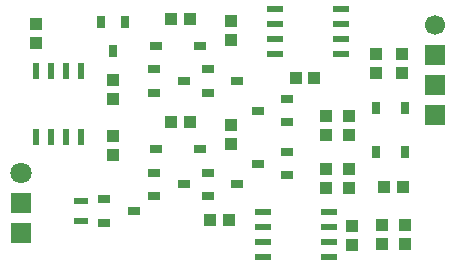
<source format=gbr>
%TF.GenerationSoftware,KiCad,Pcbnew,(6.0.7)*%
%TF.CreationDate,2023-04-11T10:27:19+03:00*%
%TF.ProjectId,ITR-3,4954522d-332e-46b6-9963-61645f706362,rev?*%
%TF.SameCoordinates,Original*%
%TF.FileFunction,Soldermask,Top*%
%TF.FilePolarity,Negative*%
%FSLAX46Y46*%
G04 Gerber Fmt 4.6, Leading zero omitted, Abs format (unit mm)*
G04 Created by KiCad (PCBNEW (6.0.7)) date 2023-04-11 10:27:19*
%MOMM*%
%LPD*%
G01*
G04 APERTURE LIST*
%ADD10R,1.000000X0.800000*%
%ADD11R,1.100000X1.050000*%
%ADD12R,1.050000X1.100000*%
%ADD13R,1.100000X0.700000*%
%ADD14R,1.250000X0.500000*%
%ADD15R,1.473200X0.609600*%
%ADD16R,0.800000X1.000000*%
%ADD17R,0.609600X1.473200*%
%ADD18R,0.700000X1.100000*%
%ADD19R,1.700000X1.700000*%
%ADD20C,1.700000*%
%ADD21C,1.800000*%
%ADD22R,1.800000X1.800000*%
G04 APERTURE END LIST*
D10*
%TO.C,VD4*%
X75000000Y-86250000D03*
X75000000Y-84250000D03*
X72500000Y-85250000D03*
%TD*%
%TO.C,VD3*%
X75000000Y-90750000D03*
X75000000Y-88750000D03*
X72500000Y-89750000D03*
%TD*%
D11*
%TO.C,R15*%
X84800000Y-91750000D03*
X83200000Y-91750000D03*
%TD*%
D12*
%TO.C,R13*%
X84750000Y-80450000D03*
X84750000Y-82050000D03*
%TD*%
D10*
%TO.C,VT3*%
X63750000Y-90500000D03*
X63750000Y-92500000D03*
X66250000Y-91500000D03*
%TD*%
D11*
%TO.C,C2*%
X77300000Y-82500000D03*
X75700000Y-82500000D03*
%TD*%
%TO.C,R2*%
X65200000Y-86250000D03*
X66800000Y-86250000D03*
%TD*%
D13*
%TO.C,VD1*%
X67650000Y-88500000D03*
X63850000Y-88500000D03*
%TD*%
D10*
%TO.C,VT6*%
X68250000Y-81750000D03*
X68250000Y-83750000D03*
X70750000Y-82750000D03*
%TD*%
D12*
%TO.C,R1*%
X78250000Y-91800000D03*
X78250000Y-90200000D03*
%TD*%
D14*
%TO.C,R8*%
X57500000Y-94625000D03*
X57500000Y-92875000D03*
%TD*%
D12*
%TO.C,R16*%
X85000000Y-96550000D03*
X85000000Y-94950000D03*
%TD*%
D15*
%TO.C,DA3*%
X79517800Y-80500000D03*
X79517800Y-79230000D03*
X79517800Y-77960000D03*
X79517800Y-76690000D03*
X73929800Y-76690000D03*
X73929800Y-77960000D03*
X73929800Y-79230000D03*
X73929800Y-80500000D03*
%TD*%
D10*
%TO.C,VT5*%
X63750000Y-81750000D03*
X63750000Y-83750000D03*
X66250000Y-82750000D03*
%TD*%
D12*
%TO.C,R9*%
X60250000Y-84300000D03*
X60250000Y-82700000D03*
%TD*%
D16*
%TO.C,VT2*%
X61250000Y-77750000D03*
X59250000Y-77750000D03*
X60250000Y-80250000D03*
%TD*%
D17*
%TO.C,DA1*%
X53750000Y-87500000D03*
X55020000Y-87500000D03*
X56290000Y-87500000D03*
X57560000Y-87500000D03*
X57560000Y-81912000D03*
X56290000Y-81912000D03*
X55020000Y-81912000D03*
X53750000Y-81912000D03*
%TD*%
D13*
%TO.C,VD2*%
X67650000Y-79750000D03*
X63850000Y-79750000D03*
%TD*%
D12*
%TO.C,C1*%
X53750000Y-77950000D03*
X53750000Y-79550000D03*
%TD*%
D18*
%TO.C,VD6*%
X82500000Y-85000000D03*
X82500000Y-88800000D03*
%TD*%
D11*
%TO.C,R10*%
X70050000Y-94500000D03*
X68450000Y-94500000D03*
%TD*%
D12*
%TO.C,R3*%
X70250000Y-88050000D03*
X70250000Y-86450000D03*
%TD*%
%TO.C,R4*%
X80250000Y-90200000D03*
X80250000Y-91800000D03*
%TD*%
D18*
%TO.C,VD5*%
X85000000Y-85000000D03*
X85000000Y-88800000D03*
%TD*%
D10*
%TO.C,VT1*%
X59500000Y-92750000D03*
X59500000Y-94750000D03*
X62000000Y-93750000D03*
%TD*%
D12*
%TO.C,R7*%
X80250000Y-87300000D03*
X80250000Y-85700000D03*
%TD*%
%TO.C,C3*%
X80500000Y-96600000D03*
X80500000Y-95000000D03*
%TD*%
%TO.C,R12*%
X70250000Y-77700000D03*
X70250000Y-79300000D03*
%TD*%
D11*
%TO.C,R11*%
X66800000Y-77500000D03*
X65200000Y-77500000D03*
%TD*%
D10*
%TO.C,VT4*%
X68250000Y-90500000D03*
X68250000Y-92500000D03*
X70750000Y-91500000D03*
%TD*%
D15*
%TO.C,DA2*%
X72982200Y-93845000D03*
X72982200Y-95115000D03*
X72982200Y-96385000D03*
X72982200Y-97655000D03*
X78570200Y-97655000D03*
X78570200Y-96385000D03*
X78570200Y-95115000D03*
X78570200Y-93845000D03*
%TD*%
D12*
%TO.C,R14*%
X82500000Y-80450000D03*
X82500000Y-82050000D03*
%TD*%
%TO.C,R5*%
X60250000Y-89050000D03*
X60250000Y-87450000D03*
%TD*%
%TO.C,C4*%
X83000000Y-96550000D03*
X83000000Y-94950000D03*
%TD*%
%TO.C,R6*%
X78250000Y-87300000D03*
X78250000Y-85700000D03*
%TD*%
D19*
%TO.C,X1*%
X87500000Y-85620000D03*
X87500000Y-83080000D03*
X87500000Y-80540000D03*
D20*
X87500000Y-78000000D03*
%TD*%
D21*
%TO.C,XP1*%
X52500000Y-90500000D03*
D22*
X52500000Y-93040000D03*
X52500000Y-95580000D03*
%TD*%
M02*

</source>
